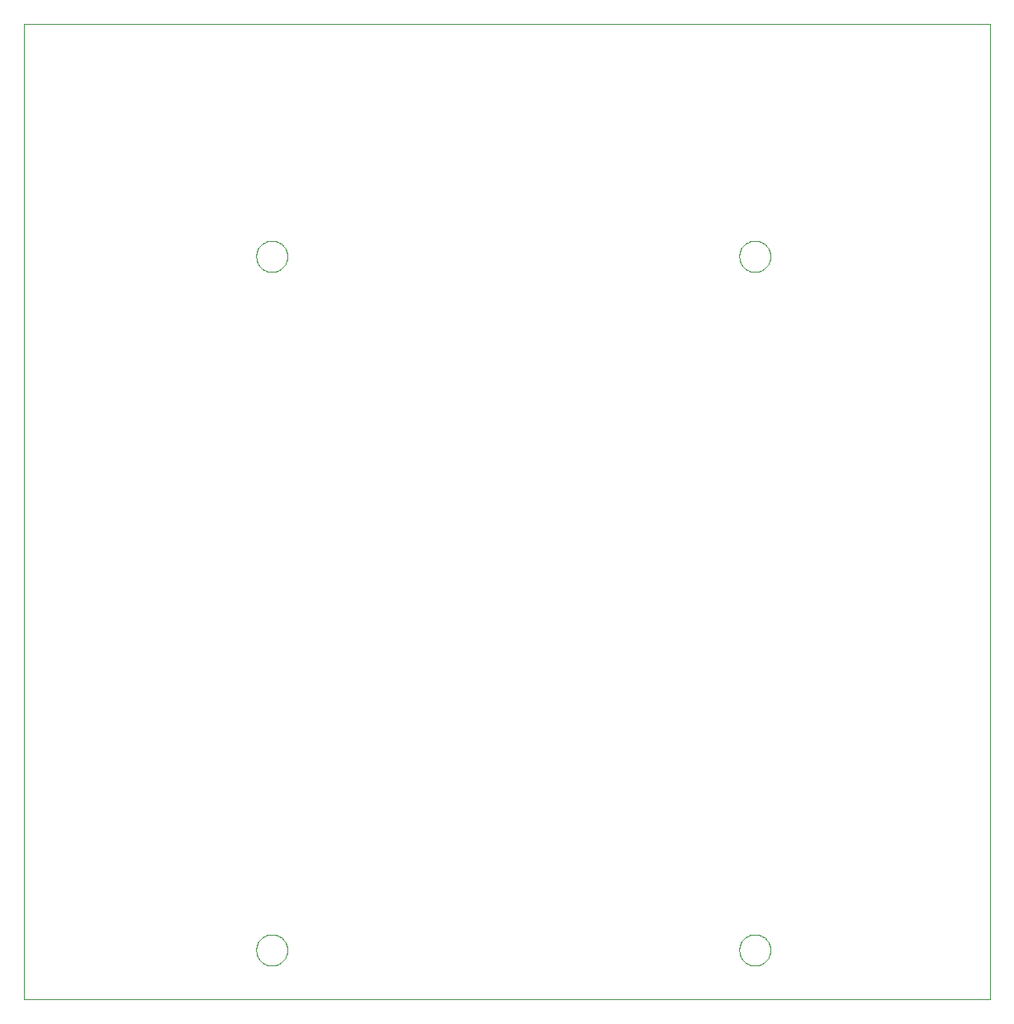
<source format=gtp>
G75*
G70*
%OFA0B0*%
%FSLAX24Y24*%
%IPPOS*%
%LPD*%
%AMOC8*
5,1,8,0,0,1.08239X$1,22.5*
%
%ADD10C,0.0000*%
D10*
X000101Y000242D02*
X000101Y039612D01*
X039093Y039612D01*
X039093Y000242D01*
X000101Y000242D01*
X009471Y002242D02*
X009473Y002292D01*
X009479Y002342D01*
X009489Y002391D01*
X009503Y002439D01*
X009520Y002486D01*
X009541Y002531D01*
X009566Y002575D01*
X009594Y002616D01*
X009626Y002655D01*
X009660Y002692D01*
X009697Y002726D01*
X009737Y002756D01*
X009779Y002783D01*
X009823Y002807D01*
X009869Y002828D01*
X009916Y002844D01*
X009964Y002857D01*
X010014Y002866D01*
X010063Y002871D01*
X010114Y002872D01*
X010164Y002869D01*
X010213Y002862D01*
X010262Y002851D01*
X010310Y002836D01*
X010356Y002818D01*
X010401Y002796D01*
X010444Y002770D01*
X010485Y002741D01*
X010524Y002709D01*
X010560Y002674D01*
X010592Y002636D01*
X010622Y002596D01*
X010649Y002553D01*
X010672Y002509D01*
X010691Y002463D01*
X010707Y002415D01*
X010719Y002366D01*
X010727Y002317D01*
X010731Y002267D01*
X010731Y002217D01*
X010727Y002167D01*
X010719Y002118D01*
X010707Y002069D01*
X010691Y002021D01*
X010672Y001975D01*
X010649Y001931D01*
X010622Y001888D01*
X010592Y001848D01*
X010560Y001810D01*
X010524Y001775D01*
X010485Y001743D01*
X010444Y001714D01*
X010401Y001688D01*
X010356Y001666D01*
X010310Y001648D01*
X010262Y001633D01*
X010213Y001622D01*
X010164Y001615D01*
X010114Y001612D01*
X010063Y001613D01*
X010014Y001618D01*
X009964Y001627D01*
X009916Y001640D01*
X009869Y001656D01*
X009823Y001677D01*
X009779Y001701D01*
X009737Y001728D01*
X009697Y001758D01*
X009660Y001792D01*
X009626Y001829D01*
X009594Y001868D01*
X009566Y001909D01*
X009541Y001953D01*
X009520Y001998D01*
X009503Y002045D01*
X009489Y002093D01*
X009479Y002142D01*
X009473Y002192D01*
X009471Y002242D01*
X028971Y002242D02*
X028973Y002292D01*
X028979Y002342D01*
X028989Y002391D01*
X029003Y002439D01*
X029020Y002486D01*
X029041Y002531D01*
X029066Y002575D01*
X029094Y002616D01*
X029126Y002655D01*
X029160Y002692D01*
X029197Y002726D01*
X029237Y002756D01*
X029279Y002783D01*
X029323Y002807D01*
X029369Y002828D01*
X029416Y002844D01*
X029464Y002857D01*
X029514Y002866D01*
X029563Y002871D01*
X029614Y002872D01*
X029664Y002869D01*
X029713Y002862D01*
X029762Y002851D01*
X029810Y002836D01*
X029856Y002818D01*
X029901Y002796D01*
X029944Y002770D01*
X029985Y002741D01*
X030024Y002709D01*
X030060Y002674D01*
X030092Y002636D01*
X030122Y002596D01*
X030149Y002553D01*
X030172Y002509D01*
X030191Y002463D01*
X030207Y002415D01*
X030219Y002366D01*
X030227Y002317D01*
X030231Y002267D01*
X030231Y002217D01*
X030227Y002167D01*
X030219Y002118D01*
X030207Y002069D01*
X030191Y002021D01*
X030172Y001975D01*
X030149Y001931D01*
X030122Y001888D01*
X030092Y001848D01*
X030060Y001810D01*
X030024Y001775D01*
X029985Y001743D01*
X029944Y001714D01*
X029901Y001688D01*
X029856Y001666D01*
X029810Y001648D01*
X029762Y001633D01*
X029713Y001622D01*
X029664Y001615D01*
X029614Y001612D01*
X029563Y001613D01*
X029514Y001618D01*
X029464Y001627D01*
X029416Y001640D01*
X029369Y001656D01*
X029323Y001677D01*
X029279Y001701D01*
X029237Y001728D01*
X029197Y001758D01*
X029160Y001792D01*
X029126Y001829D01*
X029094Y001868D01*
X029066Y001909D01*
X029041Y001953D01*
X029020Y001998D01*
X029003Y002045D01*
X028989Y002093D01*
X028979Y002142D01*
X028973Y002192D01*
X028971Y002242D01*
X028971Y030242D02*
X028973Y030292D01*
X028979Y030342D01*
X028989Y030391D01*
X029003Y030439D01*
X029020Y030486D01*
X029041Y030531D01*
X029066Y030575D01*
X029094Y030616D01*
X029126Y030655D01*
X029160Y030692D01*
X029197Y030726D01*
X029237Y030756D01*
X029279Y030783D01*
X029323Y030807D01*
X029369Y030828D01*
X029416Y030844D01*
X029464Y030857D01*
X029514Y030866D01*
X029563Y030871D01*
X029614Y030872D01*
X029664Y030869D01*
X029713Y030862D01*
X029762Y030851D01*
X029810Y030836D01*
X029856Y030818D01*
X029901Y030796D01*
X029944Y030770D01*
X029985Y030741D01*
X030024Y030709D01*
X030060Y030674D01*
X030092Y030636D01*
X030122Y030596D01*
X030149Y030553D01*
X030172Y030509D01*
X030191Y030463D01*
X030207Y030415D01*
X030219Y030366D01*
X030227Y030317D01*
X030231Y030267D01*
X030231Y030217D01*
X030227Y030167D01*
X030219Y030118D01*
X030207Y030069D01*
X030191Y030021D01*
X030172Y029975D01*
X030149Y029931D01*
X030122Y029888D01*
X030092Y029848D01*
X030060Y029810D01*
X030024Y029775D01*
X029985Y029743D01*
X029944Y029714D01*
X029901Y029688D01*
X029856Y029666D01*
X029810Y029648D01*
X029762Y029633D01*
X029713Y029622D01*
X029664Y029615D01*
X029614Y029612D01*
X029563Y029613D01*
X029514Y029618D01*
X029464Y029627D01*
X029416Y029640D01*
X029369Y029656D01*
X029323Y029677D01*
X029279Y029701D01*
X029237Y029728D01*
X029197Y029758D01*
X029160Y029792D01*
X029126Y029829D01*
X029094Y029868D01*
X029066Y029909D01*
X029041Y029953D01*
X029020Y029998D01*
X029003Y030045D01*
X028989Y030093D01*
X028979Y030142D01*
X028973Y030192D01*
X028971Y030242D01*
X009471Y030242D02*
X009473Y030292D01*
X009479Y030342D01*
X009489Y030391D01*
X009503Y030439D01*
X009520Y030486D01*
X009541Y030531D01*
X009566Y030575D01*
X009594Y030616D01*
X009626Y030655D01*
X009660Y030692D01*
X009697Y030726D01*
X009737Y030756D01*
X009779Y030783D01*
X009823Y030807D01*
X009869Y030828D01*
X009916Y030844D01*
X009964Y030857D01*
X010014Y030866D01*
X010063Y030871D01*
X010114Y030872D01*
X010164Y030869D01*
X010213Y030862D01*
X010262Y030851D01*
X010310Y030836D01*
X010356Y030818D01*
X010401Y030796D01*
X010444Y030770D01*
X010485Y030741D01*
X010524Y030709D01*
X010560Y030674D01*
X010592Y030636D01*
X010622Y030596D01*
X010649Y030553D01*
X010672Y030509D01*
X010691Y030463D01*
X010707Y030415D01*
X010719Y030366D01*
X010727Y030317D01*
X010731Y030267D01*
X010731Y030217D01*
X010727Y030167D01*
X010719Y030118D01*
X010707Y030069D01*
X010691Y030021D01*
X010672Y029975D01*
X010649Y029931D01*
X010622Y029888D01*
X010592Y029848D01*
X010560Y029810D01*
X010524Y029775D01*
X010485Y029743D01*
X010444Y029714D01*
X010401Y029688D01*
X010356Y029666D01*
X010310Y029648D01*
X010262Y029633D01*
X010213Y029622D01*
X010164Y029615D01*
X010114Y029612D01*
X010063Y029613D01*
X010014Y029618D01*
X009964Y029627D01*
X009916Y029640D01*
X009869Y029656D01*
X009823Y029677D01*
X009779Y029701D01*
X009737Y029728D01*
X009697Y029758D01*
X009660Y029792D01*
X009626Y029829D01*
X009594Y029868D01*
X009566Y029909D01*
X009541Y029953D01*
X009520Y029998D01*
X009503Y030045D01*
X009489Y030093D01*
X009479Y030142D01*
X009473Y030192D01*
X009471Y030242D01*
M02*

</source>
